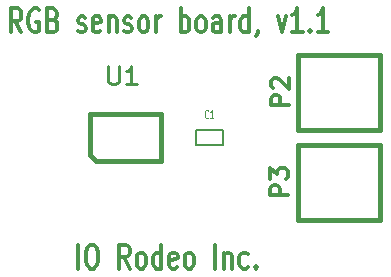
<source format=gto>
G04 (created by PCBNEW-RS274X (2011-07-19)-testing) date Tue 10 Jan 2012 02:34:43 PM PST*
G01*
G70*
G90*
%MOIN*%
G04 Gerber Fmt 3.4, Leading zero omitted, Abs format*
%FSLAX34Y34*%
G04 APERTURE LIST*
%ADD10C,0.006000*%
%ADD11C,0.012000*%
%ADD12C,0.015000*%
%ADD13C,0.005000*%
%ADD14C,0.009800*%
%ADD15C,0.004500*%
G04 APERTURE END LIST*
G54D10*
G54D11*
X57437Y-29379D02*
X57437Y-28579D01*
X57837Y-28579D02*
X57951Y-28579D01*
X58009Y-28617D01*
X58066Y-28693D01*
X58094Y-28845D01*
X58094Y-29112D01*
X58066Y-29265D01*
X58009Y-29341D01*
X57951Y-29379D01*
X57837Y-29379D01*
X57780Y-29341D01*
X57723Y-29265D01*
X57694Y-29112D01*
X57694Y-28845D01*
X57723Y-28693D01*
X57780Y-28617D01*
X57837Y-28579D01*
X59152Y-29379D02*
X58952Y-28998D01*
X58809Y-29379D02*
X58809Y-28579D01*
X59037Y-28579D01*
X59095Y-28617D01*
X59123Y-28655D01*
X59152Y-28731D01*
X59152Y-28845D01*
X59123Y-28922D01*
X59095Y-28960D01*
X59037Y-28998D01*
X58809Y-28998D01*
X59495Y-29379D02*
X59437Y-29341D01*
X59409Y-29303D01*
X59380Y-29226D01*
X59380Y-28998D01*
X59409Y-28922D01*
X59437Y-28884D01*
X59495Y-28845D01*
X59580Y-28845D01*
X59637Y-28884D01*
X59666Y-28922D01*
X59695Y-28998D01*
X59695Y-29226D01*
X59666Y-29303D01*
X59637Y-29341D01*
X59580Y-29379D01*
X59495Y-29379D01*
X60209Y-29379D02*
X60209Y-28579D01*
X60209Y-29341D02*
X60152Y-29379D01*
X60038Y-29379D01*
X59980Y-29341D01*
X59952Y-29303D01*
X59923Y-29226D01*
X59923Y-28998D01*
X59952Y-28922D01*
X59980Y-28884D01*
X60038Y-28845D01*
X60152Y-28845D01*
X60209Y-28884D01*
X60723Y-29341D02*
X60666Y-29379D01*
X60552Y-29379D01*
X60495Y-29341D01*
X60466Y-29265D01*
X60466Y-28960D01*
X60495Y-28884D01*
X60552Y-28845D01*
X60666Y-28845D01*
X60723Y-28884D01*
X60752Y-28960D01*
X60752Y-29036D01*
X60466Y-29112D01*
X61095Y-29379D02*
X61037Y-29341D01*
X61009Y-29303D01*
X60980Y-29226D01*
X60980Y-28998D01*
X61009Y-28922D01*
X61037Y-28884D01*
X61095Y-28845D01*
X61180Y-28845D01*
X61237Y-28884D01*
X61266Y-28922D01*
X61295Y-28998D01*
X61295Y-29226D01*
X61266Y-29303D01*
X61237Y-29341D01*
X61180Y-29379D01*
X61095Y-29379D01*
X62009Y-29379D02*
X62009Y-28579D01*
X62295Y-28845D02*
X62295Y-29379D01*
X62295Y-28922D02*
X62323Y-28884D01*
X62381Y-28845D01*
X62466Y-28845D01*
X62523Y-28884D01*
X62552Y-28960D01*
X62552Y-29379D01*
X63095Y-29341D02*
X63038Y-29379D01*
X62924Y-29379D01*
X62866Y-29341D01*
X62838Y-29303D01*
X62809Y-29226D01*
X62809Y-28998D01*
X62838Y-28922D01*
X62866Y-28884D01*
X62924Y-28845D01*
X63038Y-28845D01*
X63095Y-28884D01*
X63352Y-29303D02*
X63380Y-29341D01*
X63352Y-29379D01*
X63323Y-29341D01*
X63352Y-29303D01*
X63352Y-29379D01*
X55544Y-21505D02*
X55344Y-21124D01*
X55201Y-21505D02*
X55201Y-20705D01*
X55429Y-20705D01*
X55487Y-20743D01*
X55515Y-20781D01*
X55544Y-20857D01*
X55544Y-20971D01*
X55515Y-21048D01*
X55487Y-21086D01*
X55429Y-21124D01*
X55201Y-21124D01*
X56115Y-20743D02*
X56058Y-20705D01*
X55972Y-20705D01*
X55887Y-20743D01*
X55829Y-20819D01*
X55801Y-20895D01*
X55772Y-21048D01*
X55772Y-21162D01*
X55801Y-21314D01*
X55829Y-21391D01*
X55887Y-21467D01*
X55972Y-21505D01*
X56029Y-21505D01*
X56115Y-21467D01*
X56144Y-21429D01*
X56144Y-21162D01*
X56029Y-21162D01*
X56601Y-21086D02*
X56687Y-21124D01*
X56715Y-21162D01*
X56744Y-21238D01*
X56744Y-21352D01*
X56715Y-21429D01*
X56687Y-21467D01*
X56629Y-21505D01*
X56401Y-21505D01*
X56401Y-20705D01*
X56601Y-20705D01*
X56658Y-20743D01*
X56687Y-20781D01*
X56715Y-20857D01*
X56715Y-20933D01*
X56687Y-21010D01*
X56658Y-21048D01*
X56601Y-21086D01*
X56401Y-21086D01*
X57429Y-21467D02*
X57486Y-21505D01*
X57601Y-21505D01*
X57658Y-21467D01*
X57686Y-21391D01*
X57686Y-21352D01*
X57658Y-21276D01*
X57601Y-21238D01*
X57515Y-21238D01*
X57458Y-21200D01*
X57429Y-21124D01*
X57429Y-21086D01*
X57458Y-21010D01*
X57515Y-20971D01*
X57601Y-20971D01*
X57658Y-21010D01*
X58172Y-21467D02*
X58115Y-21505D01*
X58001Y-21505D01*
X57944Y-21467D01*
X57915Y-21391D01*
X57915Y-21086D01*
X57944Y-21010D01*
X58001Y-20971D01*
X58115Y-20971D01*
X58172Y-21010D01*
X58201Y-21086D01*
X58201Y-21162D01*
X57915Y-21238D01*
X58458Y-20971D02*
X58458Y-21505D01*
X58458Y-21048D02*
X58486Y-21010D01*
X58544Y-20971D01*
X58629Y-20971D01*
X58686Y-21010D01*
X58715Y-21086D01*
X58715Y-21505D01*
X58972Y-21467D02*
X59029Y-21505D01*
X59144Y-21505D01*
X59201Y-21467D01*
X59229Y-21391D01*
X59229Y-21352D01*
X59201Y-21276D01*
X59144Y-21238D01*
X59058Y-21238D01*
X59001Y-21200D01*
X58972Y-21124D01*
X58972Y-21086D01*
X59001Y-21010D01*
X59058Y-20971D01*
X59144Y-20971D01*
X59201Y-21010D01*
X59573Y-21505D02*
X59515Y-21467D01*
X59487Y-21429D01*
X59458Y-21352D01*
X59458Y-21124D01*
X59487Y-21048D01*
X59515Y-21010D01*
X59573Y-20971D01*
X59658Y-20971D01*
X59715Y-21010D01*
X59744Y-21048D01*
X59773Y-21124D01*
X59773Y-21352D01*
X59744Y-21429D01*
X59715Y-21467D01*
X59658Y-21505D01*
X59573Y-21505D01*
X60030Y-21505D02*
X60030Y-20971D01*
X60030Y-21124D02*
X60058Y-21048D01*
X60087Y-21010D01*
X60144Y-20971D01*
X60201Y-20971D01*
X60858Y-21505D02*
X60858Y-20705D01*
X60858Y-21010D02*
X60915Y-20971D01*
X61029Y-20971D01*
X61086Y-21010D01*
X61115Y-21048D01*
X61144Y-21124D01*
X61144Y-21352D01*
X61115Y-21429D01*
X61086Y-21467D01*
X61029Y-21505D01*
X60915Y-21505D01*
X60858Y-21467D01*
X61487Y-21505D02*
X61429Y-21467D01*
X61401Y-21429D01*
X61372Y-21352D01*
X61372Y-21124D01*
X61401Y-21048D01*
X61429Y-21010D01*
X61487Y-20971D01*
X61572Y-20971D01*
X61629Y-21010D01*
X61658Y-21048D01*
X61687Y-21124D01*
X61687Y-21352D01*
X61658Y-21429D01*
X61629Y-21467D01*
X61572Y-21505D01*
X61487Y-21505D01*
X62201Y-21505D02*
X62201Y-21086D01*
X62172Y-21010D01*
X62115Y-20971D01*
X62001Y-20971D01*
X61944Y-21010D01*
X62201Y-21467D02*
X62144Y-21505D01*
X62001Y-21505D01*
X61944Y-21467D01*
X61915Y-21391D01*
X61915Y-21314D01*
X61944Y-21238D01*
X62001Y-21200D01*
X62144Y-21200D01*
X62201Y-21162D01*
X62487Y-21505D02*
X62487Y-20971D01*
X62487Y-21124D02*
X62515Y-21048D01*
X62544Y-21010D01*
X62601Y-20971D01*
X62658Y-20971D01*
X63115Y-21505D02*
X63115Y-20705D01*
X63115Y-21467D02*
X63058Y-21505D01*
X62944Y-21505D01*
X62886Y-21467D01*
X62858Y-21429D01*
X62829Y-21352D01*
X62829Y-21124D01*
X62858Y-21048D01*
X62886Y-21010D01*
X62944Y-20971D01*
X63058Y-20971D01*
X63115Y-21010D01*
X63429Y-21467D02*
X63429Y-21505D01*
X63401Y-21581D01*
X63372Y-21619D01*
X64087Y-20971D02*
X64230Y-21505D01*
X64372Y-20971D01*
X64915Y-21505D02*
X64572Y-21505D01*
X64744Y-21505D02*
X64744Y-20705D01*
X64687Y-20819D01*
X64629Y-20895D01*
X64572Y-20933D01*
X65172Y-21429D02*
X65200Y-21467D01*
X65172Y-21505D01*
X65143Y-21467D01*
X65172Y-21429D01*
X65172Y-21505D01*
X65772Y-21505D02*
X65429Y-21505D01*
X65601Y-21505D02*
X65601Y-20705D01*
X65544Y-20819D01*
X65486Y-20895D01*
X65429Y-20933D01*
G54D12*
X60181Y-25787D02*
X58016Y-25787D01*
X58016Y-25787D02*
X57819Y-25591D01*
X57819Y-25591D02*
X57819Y-24213D01*
X57819Y-24213D02*
X60181Y-24213D01*
X60181Y-24213D02*
X60181Y-25787D01*
G54D13*
X61347Y-24750D02*
X62247Y-24750D01*
X62247Y-24750D02*
X62247Y-25250D01*
X62247Y-25250D02*
X61347Y-25250D01*
X61347Y-25250D02*
X61347Y-24750D01*
G54D12*
X64750Y-24750D02*
X67500Y-24750D01*
X64750Y-24750D02*
X64750Y-22250D01*
X64750Y-22250D02*
X67500Y-22250D01*
X67500Y-24750D02*
X67500Y-22250D01*
X64750Y-27750D02*
X67500Y-27750D01*
X64750Y-27750D02*
X64750Y-25250D01*
X64750Y-25250D02*
X67500Y-25250D01*
X67500Y-27750D02*
X67500Y-25250D01*
G54D14*
X58441Y-22635D02*
X58441Y-23121D01*
X58469Y-23178D01*
X58498Y-23206D01*
X58555Y-23235D01*
X58669Y-23235D01*
X58727Y-23206D01*
X58755Y-23178D01*
X58784Y-23121D01*
X58784Y-22635D01*
X59384Y-23235D02*
X59041Y-23235D01*
X59213Y-23235D02*
X59213Y-22635D01*
X59156Y-22721D01*
X59098Y-22778D01*
X59041Y-22806D01*
G54D15*
X61771Y-24347D02*
X61762Y-24360D01*
X61736Y-24373D01*
X61719Y-24373D01*
X61694Y-24360D01*
X61676Y-24333D01*
X61668Y-24307D01*
X61659Y-24253D01*
X61659Y-24213D01*
X61668Y-24160D01*
X61676Y-24133D01*
X61694Y-24107D01*
X61719Y-24093D01*
X61736Y-24093D01*
X61762Y-24107D01*
X61771Y-24120D01*
X61942Y-24373D02*
X61839Y-24373D01*
X61891Y-24373D02*
X61891Y-24093D01*
X61874Y-24133D01*
X61856Y-24160D01*
X61839Y-24173D01*
G54D11*
X64463Y-23942D02*
X63863Y-23942D01*
X63863Y-23714D01*
X63891Y-23656D01*
X63920Y-23628D01*
X63977Y-23599D01*
X64063Y-23599D01*
X64120Y-23628D01*
X64149Y-23656D01*
X64177Y-23714D01*
X64177Y-23942D01*
X63920Y-23371D02*
X63891Y-23342D01*
X63863Y-23285D01*
X63863Y-23142D01*
X63891Y-23085D01*
X63920Y-23056D01*
X63977Y-23028D01*
X64034Y-23028D01*
X64120Y-23056D01*
X64463Y-23399D01*
X64463Y-23028D01*
X64433Y-26942D02*
X63833Y-26942D01*
X63833Y-26714D01*
X63861Y-26656D01*
X63890Y-26628D01*
X63947Y-26599D01*
X64033Y-26599D01*
X64090Y-26628D01*
X64119Y-26656D01*
X64147Y-26714D01*
X64147Y-26942D01*
X63833Y-26399D02*
X63833Y-26028D01*
X64061Y-26228D01*
X64061Y-26142D01*
X64090Y-26085D01*
X64119Y-26056D01*
X64176Y-26028D01*
X64319Y-26028D01*
X64376Y-26056D01*
X64404Y-26085D01*
X64433Y-26142D01*
X64433Y-26314D01*
X64404Y-26371D01*
X64376Y-26399D01*
M02*

</source>
